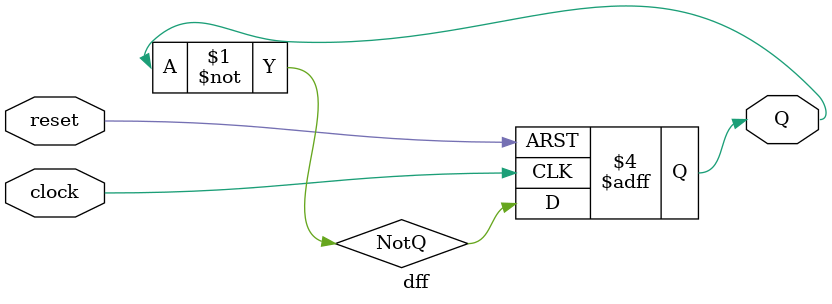
<source format=v>
module dff(
    input reset,
    input clock,
    //input D,
    output reg Q
    //output NotQ
);

    wire NotQ;
    assign NotQ = ~Q;
    
    initial begin
        Q <= 0;    
    end

    always @(posedge reset, posedge clock) begin
        if (reset) begin
            Q <= 0;
        end else if (clock) begin
            
            Q <= NotQ;
        end
    end
endmodule
</source>
